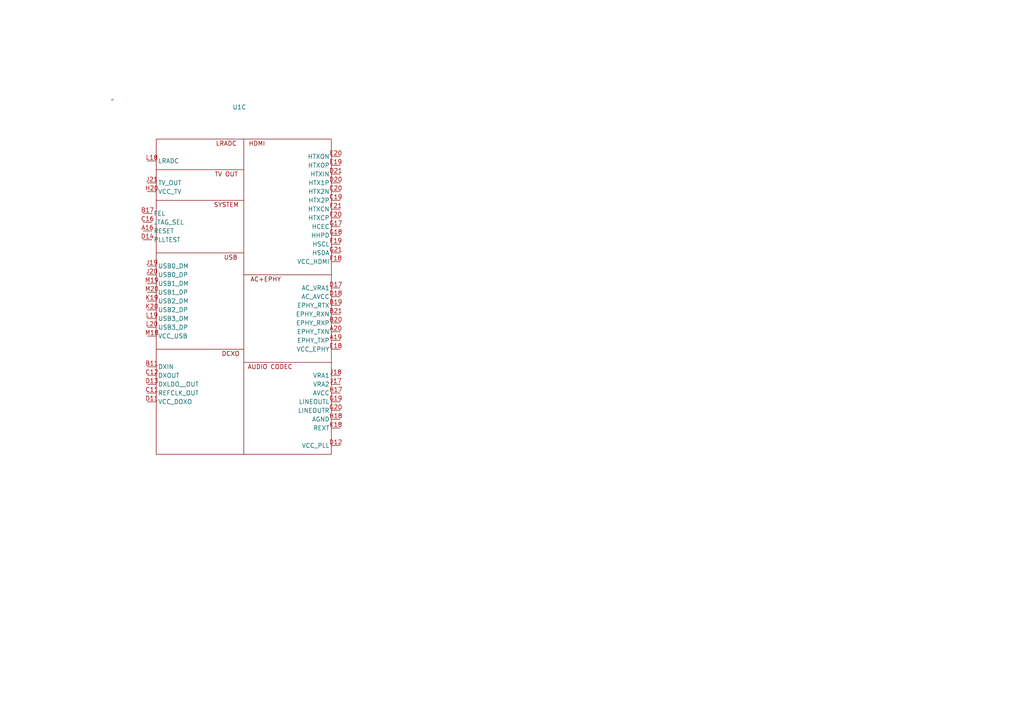
<source format=kicad_sch>
(kicad_sch (version 20230121) (generator eeschema)
  (paper "A4")
  (lib_symbols
    (symbol "Allwinner_H616:Allwinner_H616"
      (property "Reference" "U1" (at 36.83 -2.1844 0))
      (property "Value" "~" (at 0 0 0))
      (symbol "Allwinner_H616_1_0"
        (pin output line (at 64.77 -106.68 180) (length 2.54) (name "VCC_DRAM") (number "L10"))
        (pin output line (at 64.77 -109.22 180) (length 2.54) (name "VCC_DRAM") (number "L11"))
        (pin output line (at 64.77 -111.76 180) (length 2.54) (name "VCC_DRAM") (number "L12"))
        (pin output line (at 64.77 -114.3 180) (length 2.54) (name "VCC_DRAM") (number "L13"))
        (pin output line (at 64.77 -116.84 180) (length 2.54) (name "VDD18_DRAM") (number "L14"))
        (pin output line (at 64.77 -101.6 180) (length 2.54) (name "SZQ") (number "L15"))
        (pin output line (at 8.89 -118.11 0) (length 2.54) (name "SDQM3") (number "N10"))
        (pin output line (at 8.89 -49.53 0) (length 2.54) (name "SA15") (number "N13"))
        (pin output line (at 8.89 -34.29 0) (length 2.54) (name "SA9") (number "N16"))
        (pin output line (at 8.89 -29.21 0) (length 2.54) (name "SA7") (number "N19"))
        (pin output line (at 64.77 -16.51 180) (length 2.54) (name "SDQ2") (number "N2"))
        (pin output line (at 8.89 -74.93 0) (length 2.54) (name "SODT1") (number "N20"))
        (pin output line (at 8.89 -54.61 0) (length 2.54) (name "SBA0") (number "N21"))
        (pin output line (at 64.77 -11.43 180) (length 2.54) (name "SDQ0") (number "N3"))
        (pin output line (at 64.77 -44.45 180) (length 2.54) (name "SDQ13") (number "N4"))
        (pin output line (at 64.77 -49.53 180) (length 2.54) (name "SDQ15") (number "N5"))
        (pin output line (at 64.77 -77.47 180) (length 2.54) (name "SDQ26") (number "N7"))
        (pin output line (at 64.77 -24.13 180) (length 2.54) (name "SDQ5") (number "P1"))
        (pin output line (at 64.77 -82.55 180) (length 2.54) (name "SDQ28") (number "P10"))
        (pin output line (at 64.77 -87.63 180) (length 2.54) (name "SDQ30") (number "P12"))
        (pin output line (at 8.89 -85.09 0) (length 2.54) (name "SCKE1") (number "P13"))
        (pin output line (at 8.89 -24.13 0) (length 2.54) (name "SA5") (number "P15"))
        (pin output line (at 8.89 -44.45 0) (length 2.54) (name "SA13") (number "P16"))
        (pin output line (at 8.89 -64.77 0) (length 2.54) (name "SACT") (number "P18"))
        (pin output line (at 64.77 -29.21 180) (length 2.54) (name "SDQ7") (number "P2"))
        (pin output line (at 8.89 -59.69 0) (length 2.54) (name "SBG0") (number "P20"))
        (pin output line (at 8.89 -62.23 0) (length 2.54) (name "SBG1") (number "P21"))
        (pin output line (at 64.77 -36.83 180) (length 2.54) (name "SDQ10") (number "P4"))
        (pin output line (at 64.77 -31.75 180) (length 2.54) (name "SDQ8") (number "P5"))
        (pin output line (at 64.77 -46.99 180) (length 2.54) (name "SDQ14") (number "P6"))
        (pin output line (at 64.77 -74.93 180) (length 2.54) (name "SDQ25") (number "P7"))
        (pin output line (at 64.77 -80.01 180) (length 2.54) (name "SDQ27") (number "P9"))
        (pin output line (at 8.89 -92.71 0) (length 2.54) (name "SDQS0N") (number "R1"))
        (pin output line (at 64.77 -90.17 180) (length 2.54) (name "SDQ31") (number "R12"))
        (pin output line (at 8.89 -57.15 0) (length 2.54) (name "SBA1") (number "R15"))
        (pin output line (at 8.89 -21.59 0) (length 2.54) (name "SA4") (number "R18"))
        (pin output line (at 8.89 -36.83 0) (length 2.54) (name "SA10") (number "R19"))
        (pin output line (at 8.89 -90.17 0) (length 2.54) (name "SDQS0P") (number "R2"))
        (pin output line (at 8.89 -69.85 0) (length 2.54) (name "SCS1") (number "R20"))
        (pin output line (at 8.89 -113.03 0) (length 2.54) (name "SDQM1") (number "R3"))
        (pin output line (at 64.77 -39.37 180) (length 2.54) (name "SDQ11") (number "R4"))
        (pin output line (at 64.77 -41.91 180) (length 2.54) (name "SDQ12") (number "R6"))
        (pin output line (at 64.77 -72.39 180) (length 2.54) (name "SDQ24") (number "R9"))
        (pin output line (at 64.77 -52.07 180) (length 2.54) (name "SDQ16") (number "T11"))
        (pin output line (at 64.77 -57.15 180) (length 2.54) (name "SDQ18") (number "T12"))
        (pin output line (at 8.89 -77.47 0) (length 2.54) (name "SCKP") (number "T14"))
        (pin output line (at 8.89 -19.05 0) (length 2.54) (name "SA3") (number "T16"))
        (pin output line (at 8.89 -16.51 0) (length 2.54) (name "SA2") (number "T18"))
        (pin output line (at 64.77 -26.67 180) (length 2.54) (name "SDQ6") (number "T2"))
        (pin output line (at 8.89 -72.39 0) (length 2.54) (name "SODT0") (number "T20"))
        (pin output line (at 8.89 -11.43 0) (length 2.54) (name "SA0") (number "T21"))
        (pin output line (at 64.77 -19.05 180) (length 2.54) (name "SDQ3") (number "T4"))
        (pin output line (at 64.77 -69.85 180) (length 2.54) (name "SDQ23") (number "T5"))
        (pin output line (at 64.77 -62.23 180) (length 2.54) (name "SDQ20") (number "T6"))
        (pin output line (at 64.77 -67.31 180) (length 2.54) (name "SDQ22") (number "T7"))
        (pin output line (at 8.89 -115.57 0) (length 2.54) (name "SDQM2") (number "T9"))
        (pin output line (at 8.89 -110.49 0) (length 2.54) (name "SDQM0") (number "U1"))
        (pin output line (at 8.89 -107.95 0) (length 2.54) (name "SDQS3N") (number "U10"))
        (pin output line (at 64.77 -85.09 180) (length 2.54) (name "SDQ29") (number "U11"))
        (pin output line (at 64.77 -54.61 180) (length 2.54) (name "SDQ17") (number "U12"))
        (pin output line (at 8.89 -80.01 0) (length 2.54) (name "SCKN") (number "U14"))
        (pin output line (at 8.89 -39.37 0) (length 2.54) (name "SA11") (number "U15"))
        (pin output line (at 8.89 -41.91 0) (length 2.54) (name "SA12") (number "U16"))
        (pin output line (at 8.89 -13.97 0) (length 2.54) (name "SA1") (number "U17"))
        (pin output line (at 8.89 -52.07 0) (length 2.54) (name "SA16") (number "U18"))
        (pin output line (at 8.89 -31.75 0) (length 2.54) (name "SA8") (number "U19"))
        (pin output line (at 8.89 -95.25 0) (length 2.54) (name "SDQS1P") (number "U2"))
        (pin output line (at 8.89 -26.67 0) (length 2.54) (name "SA6") (number "U20"))
        (pin output line (at 8.89 -87.63 0) (length 2.54) (name "SRST") (number "U21"))
        (pin output line (at 64.77 -21.59 180) (length 2.54) (name "SDQ4") (number "U3"))
        (pin output line (at 64.77 -13.97 180) (length 2.54) (name "SDQ1") (number "U4"))
        (pin output line (at 64.77 -64.77 180) (length 2.54) (name "SDQ21") (number "U5"))
        (pin output line (at 8.89 -102.87 0) (length 2.54) (name "SDQS2N") (number "U8"))
        (pin output line (at 64.77 -59.69 180) (length 2.54) (name "SDQ19") (number "U9"))
        (pin output line (at 8.89 -105.41 0) (length 2.54) (name "SDQS3P") (number "V10"))
        (pin output line (at 8.89 -82.55 0) (length 2.54) (name "SCKE0") (number "V15"))
        (pin output line (at 8.89 -67.31 0) (length 2.54) (name "SCS0") (number "V17"))
        (pin output line (at 8.89 -97.79 0) (length 2.54) (name "SDQS1N") (number "V2"))
        (pin output line (at 8.89 -46.99 0) (length 2.54) (name "SA14") (number "V20"))
        (pin output line (at 64.77 -34.29 180) (length 2.54) (name "SDQ9") (number "V3"))
        (pin output line (at 8.89 -100.33 0) (length 2.54) (name "SDQS2P") (number "V8"))
      )
      (symbol "Allwinner_H616_1_1"
        (polyline (pts (xy 21.59 -5.08) (xy 21.59 -90.17)))
        (polyline (pts (xy 33.02 -5.08) (xy 33.02 -90.17)))
        (rectangle (start 11.43 -5.08) (end 62.23 -123.19))
        (text "SA7\nSA11\nSA2\nSRAS\nSA13\nSA14\nSBA2\nSCSI\nSA10\nSCAS\nSA3\nSBA1\nSA4\nSA12\nSWE\nSA6\nSA15\nSODT1\nSA1\nSBA0\nSCS0\nSA0\nSA8\nSA5\nSA9\nSODT0\n\n\n\n\n\n\n\n\n\n\n\nSRAS" (at 24.13 -49.53 0) (effects (font (size 1.27 1.27)) (justify left)))
        (text "SDRAM" (at 15.24 -6.35 0) (effects (font (size 1.27 1.27))))
        (pin output line (at 64.77 -104.14 180) (length 2.54) (name "VCC_DRAM") (number "L9"))
      )
      (symbol "Allwinner_H616_2_0"
        (pin output line (at 66.04 -97.79 180) (length 2.54) (name "PH9") (number "A12"))
        (pin output line (at 66.04 -85.09 180) (length 2.54) (name "PH4") (number "A14"))
        (pin output line (at 66.04 -59.69 180) (length 2.54) (name "PG18") (number "A2"))
        (pin output line (at 66.04 -29.21 180) (length 2.54) (name "PG6") (number "A4"))
        (pin output line (at 66.04 -13.97 180) (length 2.54) (name "PG0") (number "A6"))
        (pin output line (at 66.04 -52.07 180) (length 2.54) (name "PG15") (number "A8"))
        (pin output line (at 10.16 -13.97 0) (length 2.54) (name "PCO") (number "B1"))
        (pin output line (at 66.04 -41.91 180) (length 2.54) (name "PG11") (number "B10"))
        (pin output line (at 66.04 -92.71 180) (length 2.54) (name "PH7") (number "B12"))
        (pin output line (at 66.04 -100.33 180) (length 2.54) (name "PH10") (number "B13"))
        (pin output line (at 66.04 -87.63 180) (length 2.54) (name "PH5") (number "B14"))
        (pin output line (at 66.04 -80.01 180) (length 2.54) (name "PH2") (number "B15"))
        (pin output line (at 66.04 -115.57 180) (length 2.54) (name "PL1") (number "B18"))
        (pin output line (at 66.04 -62.23 180) (length 2.54) (name "PG19") (number "B2"))
        (pin output line (at 66.04 -36.83 180) (length 2.54) (name "PG9") (number "B3"))
        (pin output line (at 66.04 -31.75 180) (length 2.54) (name "PG7") (number "B4"))
        (pin output line (at 66.04 -21.59 180) (length 2.54) (name "PG3") (number "B5"))
        (pin output line (at 66.04 -26.67 180) (length 2.54) (name "PG5") (number "B7"))
        (pin output line (at 66.04 -54.61 180) (length 2.54) (name "PG16") (number "B8"))
        (pin output line (at 66.04 -49.53 180) (length 2.54) (name "PG14") (number "B9"))
        (pin output line (at 10.16 -19.05 0) (length 2.54) (name "PC2") (number "C1"))
        (pin output line (at 66.04 -46.99 180) (length 2.54) (name "PG13") (number "C10"))
        (pin output line (at 66.04 -95.25 180) (length 2.54) (name "PH8") (number "C13"))
        (pin output line (at 66.04 -90.17 180) (length 2.54) (name "PH6") (number "C14"))
        (pin output line (at 66.04 -82.55 180) (length 2.54) (name "PH3") (number "C15"))
        (pin output line (at 66.04 -113.03 180) (length 2.54) (name "PLO") (number "C18"))
        (pin output line (at 10.16 -16.51 0) (length 2.54) (name "PC1") (number "C2"))
        (pin output line (at 66.04 -57.15 180) (length 2.54) (name "PG17") (number "C3"))
        (pin output line (at 66.04 -34.29 180) (length 2.54) (name "PG8") (number "C4"))
        (pin output line (at 66.04 -24.13 180) (length 2.54) (name "PG4") (number "C5"))
        (pin output line (at 66.04 -19.05 180) (length 2.54) (name "PG2") (number "C6"))
        (pin output line (at 66.04 -16.51 180) (length 2.54) (name "PG1") (number "C7"))
        (pin output line (at 66.04 -39.37 180) (length 2.54) (name "PG10") (number "C8"))
        (pin output line (at 66.04 -44.45 180) (length 2.54) (name "PG12") (number "C9"))
        (pin output line (at 10.16 -21.59 0) (length 2.54) (name "PC3") (number "D1"))
        (pin output line (at 66.04 -77.47 180) (length 2.54) (name "PH1") (number "D15"))
        (pin output line (at 66.04 -74.93 180) (length 2.54) (name "PHO") (number "D16"))
        (pin output line (at 10.16 -24.13 0) (length 2.54) (name "PC4") (number "D2"))
        (pin output line (at 10.16 -26.67 0) (length 2.54) (name "PC5") (number "D3"))
        (pin output line (at 10.16 -88.9 0) (length 2.54) (name "PI1") (number "D4"))
        (pin output line (at 10.16 -109.22 0) (length 2.54) (name "PI9") (number "D5"))
        (pin output line (at 66.04 -64.77 180) (length 2.54) (name "VCC_PG") (number "D7"))
        (pin output line (at 10.16 -29.21 0) (length 2.54) (name "PC6") (number "E2"))
        (pin output line (at 10.16 -34.29 0) (length 2.54) (name "PC8") (number "E3"))
        (pin output line (at 10.16 -119.38 0) (length 2.54) (name "PI13") (number "E5"))
        (pin output line (at 10.16 -106.68 0) (length 2.54) (name "PI8") (number "E6"))
        (pin output line (at 10.16 -36.83 0) (length 2.54) (name "PC9") (number "F1"))
        (pin output line (at 10.16 -39.37 0) (length 2.54) (name "PC10") (number "F2"))
        (pin output line (at 10.16 -41.91 0) (length 2.54) (name "PC11") (number "F3"))
        (pin output line (at 10.16 -31.75 0) (length 2.54) (name "PC7") (number "F4"))
        (pin output line (at 10.16 -93.98 0) (length 2.54) (name "PI3") (number "F4"))
        (pin output line (at 10.16 -57.15 0) (length 2.54) (name "VCC_PC") (number "F5"))
        (pin output line (at 10.16 -44.45 0) (length 2.54) (name "PC12") (number "G2"))
        (pin output line (at 10.16 -46.99 0) (length 2.54) (name "PC13") (number "G3"))
        (pin output line (at 10.16 -104.14 0) (length 2.54) (name "PI7") (number "G4"))
        (pin output line (at 10.16 -96.52 0) (length 2.54) (name "PI4") (number "G5"))
        (pin output line (at 10.16 -91.44 0) (length 2.54) (name "PI2") (number "G6"))
        (pin output line (at 10.16 -49.53 0) (length 2.54) (name "PC14") (number "H1"))
        (pin output line (at 10.16 -52.07 0) (length 2.54) (name "PC15") (number "H2"))
        (pin output line (at 10.16 -54.61 0) (length 2.54) (name "PC16") (number "H3"))
        (pin output line (at 10.16 -99.06 0) (length 2.54) (name "P15") (number "H4"))
        (pin output line (at 10.16 -101.6 0) (length 2.54) (name "PI6") (number "H5"))
        (pin output line (at 10.16 -86.36 0) (length 2.54) (name "PI0") (number "H6"))
        (pin output line (at 10.16 -64.77 0) (length 2.54) (name "PF0") (number "J2"))
        (pin output line (at 10.16 -67.31 0) (length 2.54) (name "PF1") (number "J3"))
        (pin output line (at 10.16 -129.54 0) (length 2.54) (name "VCC_Pl") (number "J6"))
        (pin output line (at 10.16 -69.85 0) (length 2.54) (name "PF2") (number "K1"))
        (pin output line (at 10.16 -80.01 0) (length 2.54) (name "PF6") (number "K2"))
        (pin output line (at 10.16 -72.39 0) (length 2.54) (name "PF3") (number "K3"))
        (pin output line (at 10.16 -114.3 0) (length 2.54) (name "PI11") (number "K4"))
        (pin output line (at 10.16 -116.84 0) (length 2.54) (name "PI12") (number "K5"))
        (pin output line (at 10.16 -127 0) (length 2.54) (name "PI16") (number "K6"))
        (pin output line (at 10.16 -74.93 0) (length 2.54) (name "PF4") (number "L2"))
        (pin output line (at 10.16 -77.47 0) (length 2.54) (name "PF5") (number "L3"))
        (pin output line (at 10.16 -124.46 0) (length 2.54) (name "PI15") (number "L4"))
        (pin output line (at 10.16 -111.76 0) (length 2.54) (name "PI10") (number "L5"))
        (pin output line (at 10.16 -121.92 0) (length 2.54) (name "PI14") (number "L6"))
      )
      (symbol "Allwinner_H616_2_1"
        (polyline (pts (xy 12.7 -82.55) (xy 38.1 -82.55)))
        (polyline (pts (xy 12.7 -60.96) (xy 38.1 -60.96)))
        (polyline (pts (xy 38.1 -135.89) (xy 38.1 -6.35)))
        (polyline (pts (xy 63.5 -106.68) (xy 38.1 -106.68)))
        (polyline (pts (xy 63.5 -68.58) (xy 38.1 -68.58)))
        (rectangle (start 12.7 -6.35) (end 63.5 -135.89))
        (text "GPIOC\n" (at 34.29 -7.62 0) (effects (font (size 1.27 1.27))))
        (text "GPIOF\n" (at 34.29 -62.23 0) (effects (font (size 1.27 1.27))))
        (text "GPIOG\n" (at 41.91 -7.62 0) (effects (font (size 1.27 1.27))))
        (text "GPIOH\n" (at 41.91 -69.85 0) (effects (font (size 1.27 1.27))))
        (text "GPIOI" (at 34.29 -83.82 0) (effects (font (size 1.27 1.27))))
        (text "GPIOL\n" (at 41.91 -107.95 0) (effects (font (size 1.27 1.27))))
      )
      (symbol "Allwinner_H616_3_0"
        (pin output line (at 8.89 -38.1 0) (length 2.54) (name "RESET") (number "A16"))
        (pin output line (at 66.04 -69.85 180) (length 2.54) (name "EPHY_TXP") (number "A19"))
        (pin output line (at 66.04 -67.31 180) (length 2.54) (name "EPHY_TXN") (number "A20"))
        (pin output line (at 10.16 -77.47 0) (length 2.54) (name "DXIN") (number "B11"))
        (pin output line (at 8.89 -33.02 0) (length 2.54) (name "FEL") (number "B17"))
        (pin output line (at 66.04 -59.69 180) (length 2.54) (name "EPHY_RTX") (number "B19"))
        (pin output line (at 66.04 -64.77 180) (length 2.54) (name "EPHY_RXP") (number "B20"))
        (pin output line (at 66.04 -62.23 180) (length 2.54) (name "EPHY_RXN") (number "B21"))
        (pin output line (at 10.16 -85.09 0) (length 2.54) (name "REFCLK_OUT") (number "C11"))
        (pin output line (at 10.16 -80.01 0) (length 2.54) (name "DXOUT") (number "C12"))
        (pin output line (at 8.89 -35.56 0) (length 2.54) (name "JTAG_SEL") (number "C16"))
        (pin output line (at 66.04 -29.21 180) (length 2.54) (name "HTX2P") (number "C19"))
        (pin output line (at 66.04 -26.67 180) (length 2.54) (name "HTX2N") (number "C20"))
        (pin output line (at 10.16 -87.63 0) (length 2.54) (name "VCC_DOXO") (number "D11"))
        (pin output line (at 66.04 -100.33 180) (length 2.54) (name "VCC_PLL") (number "D12"))
        (pin output line (at 10.16 -82.55 0) (length 2.54) (name "DXLDO__OUT") (number "D13"))
        (pin output line (at 8.89 -40.64 0) (length 2.54) (name "PLLTEST") (number "D14"))
        (pin output line (at 66.04 -54.61 180) (length 2.54) (name "AC_VRA1") (number "D17"))
        (pin output line (at 66.04 -57.15 180) (length 2.54) (name "AC_AVCC") (number "D18"))
        (pin output line (at 66.04 -24.13 180) (length 2.54) (name "HTX1P") (number "D20"))
        (pin output line (at 66.04 -21.59 180) (length 2.54) (name "HTXIN") (number "D21"))
        (pin output line (at 66.04 -72.39 180) (length 2.54) (name "VCC_EPHY") (number "E18"))
        (pin output line (at 66.04 -19.05 180) (length 2.54) (name "HTXOP") (number "E19"))
        (pin output line (at 66.04 -16.51 180) (length 2.54) (name "HTXON") (number "E20"))
        (pin output line (at 66.04 -46.99 180) (length 2.54) (name "VCC_HDMI") (number "F18"))
        (pin output line (at 66.04 -41.91 180) (length 2.54) (name "HSCL") (number "F19"))
        (pin output line (at 66.04 -34.29 180) (length 2.54) (name "HTXCP") (number "F20"))
        (pin output line (at 66.04 -31.75 180) (length 2.54) (name "HTXCN") (number "F21"))
        (pin output line (at 66.04 -36.83 180) (length 2.54) (name "HCEC") (number "G17"))
        (pin output line (at 66.04 -39.37 180) (length 2.54) (name "HHPD") (number "G18"))
        (pin output line (at 66.04 -87.63 180) (length 2.54) (name "LINEOUTL") (number "G19"))
        (pin output line (at 66.04 -90.17 180) (length 2.54) (name "LINEOUTR") (number "G20"))
        (pin output line (at 66.04 -44.45 180) (length 2.54) (name "HSDA") (number "G21"))
        (pin output line (at 66.04 -85.09 180) (length 2.54) (name "AVCC") (number "H17"))
        (pin output line (at 66.04 -92.71 180) (length 2.54) (name "AGND") (number "H18"))
        (pin output line (at 10.16 -26.67 0) (length 2.54) (name "VCC_TV") (number "H20"))
        (pin output line (at 66.04 -82.55 180) (length 2.54) (name "VRA2") (number "J17"))
        (pin output line (at 66.04 -80.01 180) (length 2.54) (name "VRA1") (number "J18"))
        (pin output line (at 10.16 -48.26 0) (length 2.54) (name "USB0_DM") (number "J19"))
        (pin output line (at 10.16 -50.8 0) (length 2.54) (name "USB0_DP") (number "J20"))
        (pin output line (at 10.16 -24.13 0) (length 2.54) (name "TV_OUT") (number "J21"))
        (pin output line (at 66.04 -95.25 180) (length 2.54) (name "REXT") (number "K18"))
        (pin output line (at 10.16 -58.42 0) (length 2.54) (name "USB2_DM") (number "K19"))
        (pin output line (at 10.16 -60.96 0) (length 2.54) (name "USB2_DP") (number "K20"))
        (pin output line (at 10.16 -17.78 0) (length 2.54) (name "LRADC") (number "L18"))
        (pin output line (at 10.16 -63.5 0) (length 2.54) (name "USB3_DM") (number "L19"))
        (pin output line (at 10.16 -66.04 0) (length 2.54) (name "USB3_DP") (number "L20"))
        (pin output line (at 10.16 -68.58 0) (length 2.54) (name "VCC_USB") (number "M18"))
        (pin output line (at 10.16 -53.34 0) (length 2.54) (name "USB1_DM") (number "M19"))
        (pin output line (at 10.16 -55.88 0) (length 2.54) (name "USB1_DP") (number "M20"))
      )
      (symbol "Allwinner_H616_3_1"
        (polyline (pts (xy 12.7 -72.39) (xy 38.1 -72.39)))
        (polyline (pts (xy 12.7 -44.45) (xy 38.1 -44.45)))
        (polyline (pts (xy 12.7 -29.21) (xy 38.1 -29.21)))
        (polyline (pts (xy 12.7 -20.32) (xy 38.1 -20.32)))
        (polyline (pts (xy 38.1 -76.2) (xy 63.5 -76.2)))
        (polyline (pts (xy 38.1 -11.43) (xy 38.1 -102.87)))
        (polyline (pts (xy 63.5 -50.8) (xy 38.1 -50.8)))
        (rectangle (start 12.7 -11.43) (end 63.5 -102.87))
        (text "AC+EPHY" (at 44.45 -52.07 0) (effects (font (size 1.27 1.27))))
        (text "AUDIO CODEC" (at 45.72 -77.47 0) (effects (font (size 1.27 1.27))))
        (text "DCXO\n" (at 34.29 -73.66 0) (effects (font (size 1.27 1.27))))
        (text "HDMI\n" (at 41.91 -12.7 0) (effects (font (size 1.27 1.27))))
        (text "LRADC\n" (at 33.02 -12.7 0) (effects (font (size 1.27 1.27))))
        (text "SYSTEM\n" (at 33.02 -30.48 0) (effects (font (size 1.27 1.27))))
        (text "TV OUT" (at 33.02 -21.59 0) (effects (font (size 1.27 1.27))))
        (text "USB\n" (at 34.29 -45.72 0) (effects (font (size 1.27 1.27))))
      )
      (symbol "Allwinner_H616_4_0"
        (pin output line (at 10.668 -75.692 0) (length 2.54) (name "GND1") (number "A1"))
        (pin output line (at 10.668 -78.232 0) (length 2.54) (name "GND2") (number "A10"))
        (pin output line (at 10.668 -80.772 0) (length 2.54) (name "GND3") (number "A18"))
        (pin output line (at 10.668 -83.312 0) (length 2.54) (name "GND4") (number "A21"))
        (pin output line (at 10.668 -88.392 0) (length 2.54) (name "GND6") (number "B16"))
        (pin output line (at 10.668 -85.852 0) (length 2.54) (name "GND5") (number "B6"))
        (pin output line (at 10.668 -69.342 0) (length 2.54) (name "VCC_IO") (number "D10"))
        (pin output line (at 10.668 -90.932 0) (length 2.54) (name "GND7") (number "D19"))
        (pin output line (at 10.668 -55.372 0) (length 2.54) (name "VDD_GPU2") (number "F10"))
        (pin output line (at 10.668 -10.922 0) (length 2.54) (name "VDD_SYS1") (number "F11"))
        (pin output line (at 10.668 -13.462 0) (length 2.54) (name "VDD_SYS2") (number "F12"))
        (pin output line (at 10.668 -16.002 0) (length 2.54) (name "VDD_SYS3") (number "F13"))
        (pin output line (at 10.668 -93.472 0) (length 2.54) (name "GND8") (number "F14"))
        (pin output line (at 10.668 -96.012 0) (length 2.54) (name "GND9") (number "F15"))
        (pin output line (at 10.668 -62.992 0) (length 2.54) (name "VDD_GPUFB") (number "F8"))
        (pin output line (at 10.668 -52.832 0) (length 2.54) (name "VDD_GPU1") (number "F9"))
        (pin output line (at 10.668 -18.542 0) (length 2.54) (name "VDD_SYS4") (number "G10"))
        (pin output line (at 10.668 -21.082 0) (length 2.54) (name "VDD_SYS5") (number "G11"))
        (pin output line (at 10.668 -23.622 0) (length 2.54) (name "VDD_SYS6") (number "G12"))
        (pin output line (at 10.668 -98.552 0) (length 2.54) (name "GND10") (number "G13"))
        (pin output line (at 10.668 -101.092 0) (length 2.54) (name "GND11") (number "G14"))
        (pin output line (at 10.668 -103.632 0) (length 2.54) (name "GND12") (number "G15"))
        (pin output line (at 10.668 -57.912 0) (length 2.54) (name "VDD_GPU3") (number "G8"))
        (pin output line (at 10.668 -60.452 0) (length 2.54) (name "VDD_GPU4") (number "G9"))
        (pin output line (at 10.668 -106.172 0) (length 2.54) (name "GND13") (number "H10"))
        (pin output line (at 10.668 -108.712 0) (length 2.54) (name "GND14") (number "H11"))
        (pin output line (at 10.668 -111.252 0) (length 2.54) (name "GND15") (number "H12"))
        (pin output line (at 65.278 -9.652 180) (length 2.54) (name "GND16") (number "H13"))
        (pin output line (at 65.278 -12.192 180) (length 2.54) (name "GND17") (number "H14"))
        (pin output line (at 65.278 -14.732 180) (length 2.54) (name "GND18") (number "H15"))
        (pin output line (at 65.278 -17.272 180) (length 2.54) (name "GND19") (number "H19"))
        (pin output line (at 10.668 -31.242 0) (length 2.54) (name "VDD_CPU1") (number "H8"))
        (pin output line (at 10.668 -33.782 0) (length 2.54) (name "VDD_CPU2") (number "H9"))
        (pin output line (at 10.668 -41.402 0) (length 2.54) (name "VDD_CPU5") (number "J10"))
        (pin output line (at 10.668 -43.942 0) (length 2.54) (name "VDD_CPU6") (number "J11"))
        (pin output line (at 65.278 -19.812 180) (length 2.54) (name "GND20") (number "J12"))
        (pin output line (at 65.278 -22.352 180) (length 2.54) (name "GND21") (number "J13"))
        (pin output line (at 65.278 -24.892 180) (length 2.54) (name "GND22") (number "J14"))
        (pin output line (at 65.278 -27.432 180) (length 2.54) (name "GND23") (number "J15"))
        (pin output line (at 10.668 -36.322 0) (length 2.54) (name "VDD_CPU3") (number "J8"))
        (pin output line (at 10.668 -38.862 0) (length 2.54) (name "VDD_CPU4") (number "J9"))
        (pin output line (at 65.278 -35.052 180) (length 2.54) (name "GND26") (number "K10"))
        (pin output line (at 65.278 -37.592 180) (length 2.54) (name "GND27") (number "K11"))
        (pin output line (at 65.278 -40.132 180) (length 2.54) (name "GND28") (number "K12"))
        (pin output line (at 65.278 -42.672 180) (length 2.54) (name "GND29") (number "K13"))
        (pin output line (at 65.278 -45.212 180) (length 2.54) (name "GND30") (number "K14"))
        (pin output line (at 65.278 -47.752 180) (length 2.54) (name "GND31") (number "K15"))
        (pin output line (at 65.278 -29.972 180) (length 2.54) (name "GND24") (number "K8"))
        (pin output line (at 65.278 -32.512 180) (length 2.54) (name "GND25") (number "K9"))
        (pin output line (at 65.278 -50.292 180) (length 2.54) (name "GND32") (number "L21"))
        (pin output line (at 10.668 -46.482 0) (length 2.54) (name "VDD_CPUFB") (number "L8"))
        (pin output line (at 65.278 -52.832 180) (length 2.54) (name "GND33") (number "M1"))
        (pin output line (at 65.278 -55.372 180) (length 2.54) (name "GND34") (number "M2"))
        (pin output line (at 65.278 -57.912 180) (length 2.54) (name "GND35") (number "M3"))
        (pin output line (at 65.278 -65.532 180) (length 2.54) (name "GND38") (number "N12"))
        (pin output line (at 65.278 -68.072 180) (length 2.54) (name "GND39") (number "N15"))
        (pin output line (at 65.278 -70.612 180) (length 2.54) (name "GND40") (number "N18"))
        (pin output line (at 65.278 -60.452 180) (length 2.54) (name "GND36") (number "N6"))
        (pin output line (at 65.278 -62.992 180) (length 2.54) (name "GND37") (number "N9"))
        (pin output line (at 65.278 -73.152 180) (length 2.54) (name "GND41") (number "P3"))
        (pin output line (at 65.278 -78.232 180) (length 2.54) (name "GND43") (number "R21"))
        (pin output line (at 65.278 -75.692 180) (length 2.54) (name "GND42") (number "R5"))
        (pin output line (at 65.278 -80.772 180) (length 2.54) (name "GND44") (number "T1"))
        (pin output line (at 65.278 -88.392 180) (length 2.54) (name "GND47") (number "T10"))
        (pin output line (at 65.278 -90.932 180) (length 2.54) (name "GND48") (number "T15"))
        (pin output line (at 65.278 -93.472 180) (length 2.54) (name "GND49") (number "T17"))
        (pin output line (at 65.278 -83.312 180) (length 2.54) (name "GND45") (number "T3"))
        (pin output line (at 65.278 -85.852 180) (length 2.54) (name "GND46") (number "T8"))
        (pin output line (at 65.278 -98.552 180) (length 2.54) (name "GND51") (number "U13"))
        (pin output line (at 65.278 -96.012 180) (length 2.54) (name "GND50") (number "U6"))
        (pin output line (at 65.278 -101.092 180) (length 2.54) (name "GND52") (number "V1"))
        (pin output line (at 65.278 -106.172 180) (length 2.54) (name "GND54") (number "V12"))
        (pin output line (at 65.278 -108.712 180) (length 2.54) (name "GND55") (number "V19"))
        (pin output line (at 65.278 -111.252 180) (length 2.54) (name "GND56") (number "V21"))
        (pin output line (at 65.278 -103.632 180) (length 2.54) (name "GND53") (number "V5"))
      )
      (symbol "Allwinner_H616_4_1"
        (polyline (pts (xy 39.37 -6.35) (xy 39.37 -121.92)))
        (rectangle (start 13.208 -6.35) (end 62.484 -121.92))
        (text "GND" (at 43.18 -7.62 0) (effects (font (size 1.27 1.27))))
        (text "POWER\n" (at 34.29 -7.62 0) (effects (font (size 1.27 1.27))))
      )
    )
  )
  (symbol (lib_id "Allwinner_H616:Allwinner_H616") (at 32.6136 28.9052 0) (unit 3)
    (property "Reference" "U1" (at 69.4436 31.0896 0))
    (property "Value" "~" (at 32.6136 28.9052 0))
  )
)
</source>
